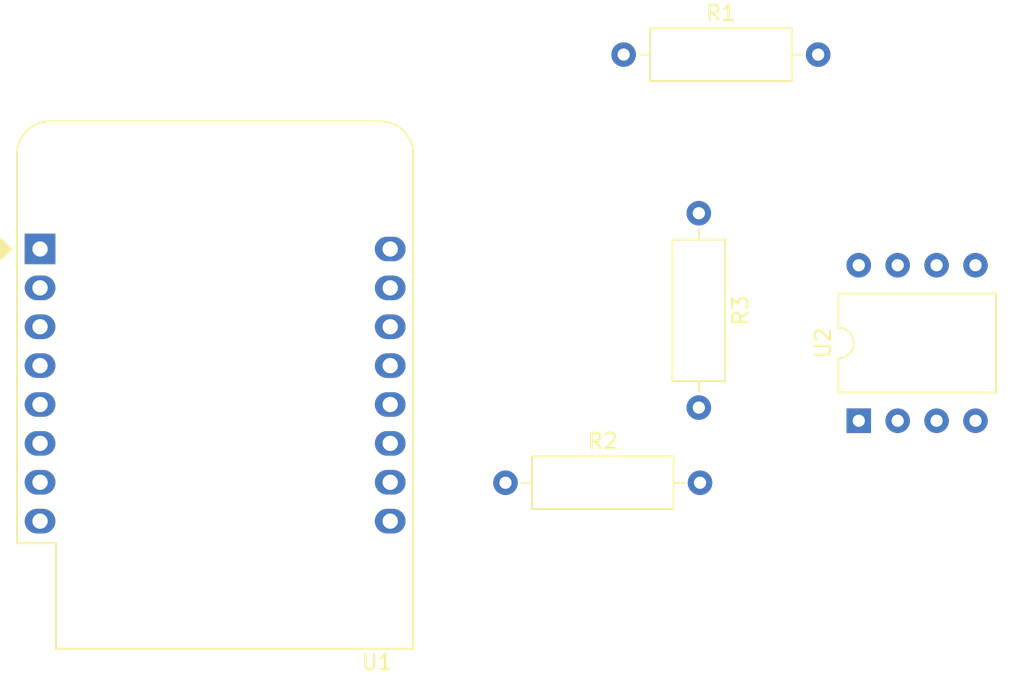
<source format=kicad_pcb>
(kicad_pcb (version 20211014) (generator pcbnew)
  (layers (0 "F.Cu" signal) (31 "B.Cu" signal) (34 "B.Paste" user) (35 "F.Paste" user) (36 "B.SilkS" user "B.Silkscreen") (37 "F.SilkS" user "F.Silkscreen") (38 "B.Mask" user) (39 "F.Mask" user) (44 "Edge.Cuts" user))
  (net 0 "")
  (net 3 "Net-(R1-Pad1)")
  (net 10 "GND")
  (net 17 "Net-(R1-Pad2)")
  (net 18 "Net-(R2-Pad2)")
  (net 19 "Net-(R3-Pad1)")
  (footprint "Module:WEMOS_D1_mini_light" (layer "F.Cu") (at 38.1 76.2)
    (fp_text reference "U1" (at 22 27) (layer "F.SilkS"))
    (fp_text value "WeMos_D1_mini")
    (fp_line (start -1.5 19.22) (end 1.04 19.22) (layer "F.SilkS") (width 0.12))
    (fp_line (start 22.24 -8.34) (end 0.63 -8.34) (layer "F.SilkS") (width 0.12))
    (fp_line (start 1.04 19.22) (end 1.04 26.12) (layer "F.SilkS") (width 0.12))
    (fp_line (start 1.04 26.12) (end 24.36 26.12) (layer "F.SilkS") (width 0.12))
    (fp_line (start -1.5 19.22) (end -1.5 -6.21) (layer "F.SilkS") (width 0.12))
    (fp_line (start 24.36 26.12) (end 24.36 -6.21) (layer "F.SilkS") (width 0.12))
    (fp_arc (start -1.5 -6.21) (mid -0.876137 -7.716137) (end 0.63 -8.34) (layer "F.SilkS") (width 0.12))
    (fp_arc (start 22.23 -8.34) (mid 23.736137 -7.716137) (end 24.36 -6.21) (layer "F.SilkS") (width 0.12))
    (fp_poly (pts (xy -2.54 -0.635) (xy -2.54 0.635) (xy -1.905 0)) (layer "F.SilkS") (width 0.15) (fill solid))
    (pad "1" thru_hole rect (at 0 0) (size 2 2) (drill 1) (layers *.Cu *.Mask))
    (pad "2" thru_hole oval (at 0 2.54) (size 2 1.6) (drill 1) (layers *.Cu *.Mask))
    (pad "3" thru_hole oval (at 0 5.08) (size 2 1.6) (drill 1) (layers *.Cu *.Mask) (net 3 "Net-(R1-Pad1)"))
    (pad "4" thru_hole oval (at 0 7.62) (size 2 1.6) (drill 1) (layers *.Cu *.Mask))
    (pad "5" thru_hole oval (at 0 10.16) (size 2 1.6) (drill 1) (layers *.Cu *.Mask))
    (pad "6" thru_hole oval (at 0 12.7) (size 2 1.6) (drill 1) (layers *.Cu *.Mask))
    (pad "7" thru_hole oval (at 0 15.24) (size 2 1.6) (drill 1) (layers *.Cu *.Mask))
    (pad "8" thru_hole oval (at 0 17.78) (size 2 1.6) (drill 1) (layers *.Cu *.Mask))
    (pad "9" thru_hole oval (at 22.86 17.78) (size 2 1.6) (drill 1) (layers *.Cu *.Mask))
    (pad "10" thru_hole oval (at 22.86 15.24) (size 2 1.6) (drill 1) (layers *.Cu *.Mask) (net 10 "GND"))
    (pad "11" thru_hole oval (at 22.86 12.7) (size 2 1.6) (drill 1) (layers *.Cu *.Mask))
    (pad "12" thru_hole oval (at 22.86 10.16) (size 2 1.6) (drill 1) (layers *.Cu *.Mask))
    (pad "13" thru_hole oval (at 22.86 7.62) (size 2 1.6) (drill 1) (layers *.Cu *.Mask))
    (pad "14" thru_hole oval (at 22.86 5.08) (size 2 1.6) (drill 1) (layers *.Cu *.Mask))
    (pad "15" thru_hole oval (at 22.86 2.54) (size 2 1.6) (drill 1) (layers *.Cu *.Mask))
    (pad "16" thru_hole oval (at 22.86 0) (size 2 1.6) (drill 1) (layers *.Cu *.Mask))
  )
  (footprint "Resistor_THT:R_Axial_DIN0309_L9.0mm_D3.2mm_P12.70mm_Horizontal" (layer "F.Cu") (at 68.486802 91.472082)
    (fp_text reference "R2" (at 6.35 -2.72) (layer "F.SilkS"))
    (fp_text value "110")
    (fp_line (start 1.73 1.72) (end 10.97 1.72) (layer "F.SilkS") (width 0.12))
    (fp_line (start 1.04 0) (end 1.73 0) (layer "F.SilkS") (width 0.12))
    (fp_line (start 10.97 -1.72) (end 1.73 -1.72) (layer "F.SilkS") (width 0.12))
    (fp_line (start 10.97 1.72) (end 10.97 -1.72) (layer "F.SilkS") (width 0.12))
    (fp_line (start 11.66 0) (end 10.97 0) (layer "F.SilkS") (width 0.12))
    (fp_line (start 1.73 -1.72) (end 1.73 1.72) (layer "F.SilkS") (width 0.12))
    (pad "1" thru_hole circle (at 0 0) (size 1.6 1.6) (drill 0.8) (layers *.Cu *.Mask) (net 10 "GND"))
    (pad "2" thru_hole oval (at 12.7 0) (size 1.6 1.6) (drill 0.8) (layers *.Cu *.Mask) (net 18 "Net-(R2-Pad2)"))
  )
  (footprint "Package_DIP:DIP-8_W10.16mm" (layer "F.Cu") (at 91.550764 87.420305 90)
    (fp_text reference "U2" (at 5.08 -2.33 90) (layer "F.SilkS"))
    (fp_text value "LM358")
    (fp_line (start 8.315 -1.33) (end 6.08 -1.33) (layer "F.SilkS") (width 0.12))
    (fp_line (start 1.845 8.95) (end 8.315 8.95) (layer "F.SilkS") (width 0.12))
    (fp_line (start 4.08 -1.33) (end 1.845 -1.33) (layer "F.SilkS") (width 0.12))
    (fp_line (start 1.845 -1.33) (end 1.845 8.95) (layer "F.SilkS") (width 0.12))
    (fp_line (start 8.315 8.95) (end 8.315 -1.33) (layer "F.SilkS") (width 0.12))
    (fp_arc (start 6.08 -1.33) (mid 5.08 -0.33) (end 4.08 -1.33) (layer "F.SilkS") (width 0.12))
    (pad "1" thru_hole rect (at 0 0 90) (size 1.6 1.6) (drill 0.8) (layers *.Cu *.Mask))
    (pad "2" thru_hole oval (at 0 2.54 90) (size 1.6 1.6) (drill 0.8) (layers *.Cu *.Mask))
    (pad "3" thru_hole oval (at 0 5.08 90) (size 1.6 1.6) (drill 0.8) (layers *.Cu *.Mask))
    (pad "4" thru_hole oval (at 0 7.62 90) (size 1.6 1.6) (drill 0.8) (layers *.Cu *.Mask))
    (pad "5" thru_hole oval (at 10.16 7.62 90) (size 1.6 1.6) (drill 0.8) (layers *.Cu *.Mask) (net 17 "Net-(R1-Pad2)"))
    (pad "6" thru_hole oval (at 10.16 5.08 90) (size 1.6 1.6) (drill 0.8) (layers *.Cu *.Mask) (net 18 "Net-(R2-Pad2)"))
    (pad "7" thru_hole oval (at 10.16 2.54 90) (size 1.6 1.6) (drill 0.8) (layers *.Cu *.Mask) (net 19 "Net-(R3-Pad1)"))
    (pad "8" thru_hole oval (at 10.16 0 90) (size 1.6 1.6) (drill 0.8) (layers *.Cu *.Mask))
  )
  (footprint "Resistor_THT:R_Axial_DIN0309_L9.0mm_D3.2mm_P12.70mm_Horizontal" (layer "F.Cu") (at 76.2 63.5)
    (fp_text reference "R1" (at 6.35 -2.72) (layer "F.SilkS"))
    (fp_text value "300")
    (fp_line (start 1.04 0) (end 1.73 0) (layer "F.SilkS") (width 0.12))
    (fp_line (start 1.73 -1.72) (end 1.73 1.72) (layer "F.SilkS") (width 0.12))
    (fp_line (start 11.66 0) (end 10.97 0) (layer "F.SilkS") (width 0.12))
    (fp_line (start 10.97 -1.72) (end 1.73 -1.72) (layer "F.SilkS") (width 0.12))
    (fp_line (start 10.97 1.72) (end 10.97 -1.72) (layer "F.SilkS") (width 0.12))
    (fp_line (start 1.73 1.72) (end 10.97 1.72) (layer "F.SilkS") (width 0.12))
    (pad "1" thru_hole circle (at 0 0) (size 1.6 1.6) (drill 0.8) (layers *.Cu *.Mask) (net 3 "Net-(R1-Pad1)"))
    (pad "2" thru_hole oval (at 12.7 0) (size 1.6 1.6) (drill 0.8) (layers *.Cu *.Mask) (net 17 "Net-(R1-Pad2)"))
  )
  (footprint "Resistor_THT:R_Axial_DIN0309_L9.0mm_D3.2mm_P12.70mm_Horizontal" (layer "F.Cu") (at 81.109646 73.862436 -90)
    (fp_text reference "R3" (at 6.35 -2.72 90) (layer "F.SilkS"))
    (fp_text value "2.1k")
    (fp_line (start 10.97 -1.72) (end 1.73 -1.72) (layer "F.SilkS") (width 0.12))
    (fp_line (start 11.66 0) (end 10.97 0) (layer "F.SilkS") (width 0.12))
    (fp_line (start 1.04 0) (end 1.73 0) (layer "F.SilkS") (width 0.12))
    (fp_line (start 1.73 1.72) (end 10.97 1.72) (layer "F.SilkS") (width 0.12))
    (fp_line (start 10.97 1.72) (end 10.97 -1.72) (layer "F.SilkS") (width 0.12))
    (fp_line (start 1.73 -1.72) (end 1.73 1.72) (layer "F.SilkS") (width 0.12))
    (pad "1" thru_hole circle (at 0 0 270) (size 1.6 1.6) (drill 0.8) (layers *.Cu *.Mask) (net 19 "Net-(R3-Pad1)"))
    (pad "2" thru_hole oval (at 12.7 0 270) (size 1.6 1.6) (drill 0.8) (layers *.Cu *.Mask) (net 18 "Net-(R2-Pad2)"))
  )
)
</source>
